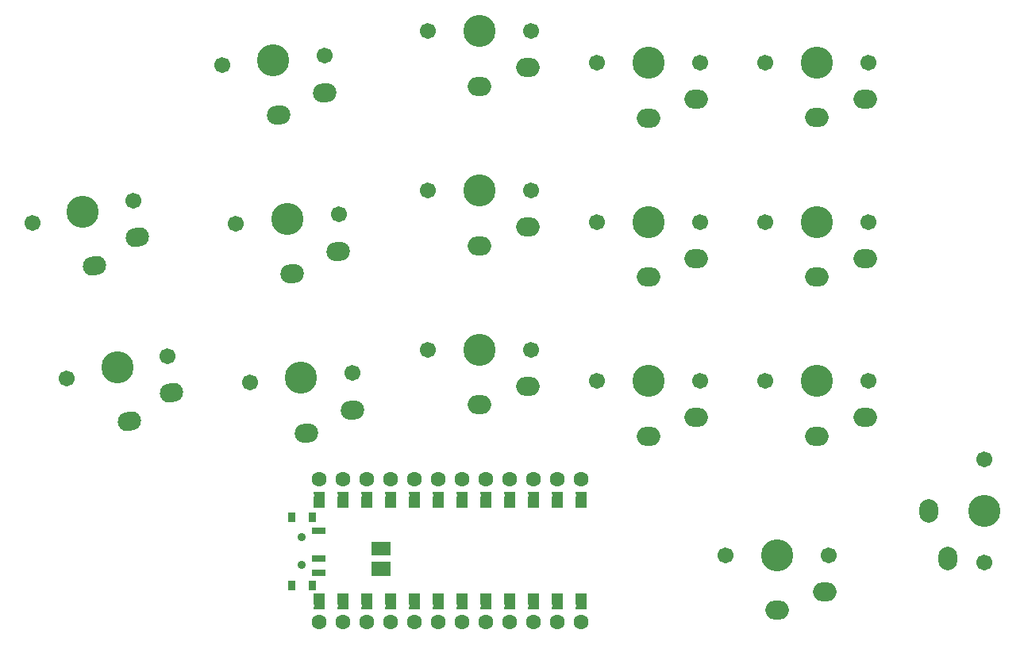
<source format=gbr>
G04 #@! TF.GenerationSoftware,KiCad,Pcbnew,6.0.0-d3dd2cf0fa~116~ubuntu20.04.1*
G04 #@! TF.CreationDate,2022-01-07T19:06:20-05:00*
G04 #@! TF.ProjectId,32_silk,33325f73-696c-46b2-9e6b-696361645f70,0.1*
G04 #@! TF.SameCoordinates,Original*
G04 #@! TF.FileFunction,Soldermask,Top*
G04 #@! TF.FilePolarity,Negative*
%FSLAX46Y46*%
G04 Gerber Fmt 4.6, Leading zero omitted, Abs format (unit mm)*
G04 Created by KiCad (PCBNEW 6.0.0-d3dd2cf0fa~116~ubuntu20.04.1) date 2022-01-07 19:06:20*
%MOMM*%
%LPD*%
G01*
G04 APERTURE LIST*
G04 Aperture macros list*
%AMHorizOval*
0 Thick line with rounded ends*
0 $1 width*
0 $2 $3 position (X,Y) of the first rounded end (center of the circle)*
0 $4 $5 position (X,Y) of the second rounded end (center of the circle)*
0 Add line between two ends*
20,1,$1,$2,$3,$4,$5,0*
0 Add two circle primitives to create the rounded ends*
1,1,$1,$2,$3*
1,1,$1,$4,$5*%
%AMFreePoly0*
4,1,6,0.600000,0.200000,0.000000,-0.400000,-0.600000,0.200000,-0.600000,0.400000,0.600000,0.400000,0.600000,0.200000,0.600000,0.200000,$1*%
%AMFreePoly1*
4,1,6,0.600000,-0.250000,-0.600000,-0.250000,-0.600000,1.000000,0.000000,0.400000,0.600000,1.000000,0.600000,-0.250000,0.600000,-0.250000,$1*%
G04 Aperture macros list end*
%ADD10C,0.100000*%
%ADD11C,1.701800*%
%ADD12C,3.429000*%
%ADD13HorizOval,2.000000X0.244074X0.054110X-0.244074X-0.054110X0*%
%ADD14HorizOval,2.000000X0.249049X0.021789X-0.249049X-0.021789X0*%
%ADD15O,2.500000X2.000000*%
%ADD16O,2.000000X2.500000*%
%ADD17C,1.600000*%
%ADD18FreePoly0,180.000000*%
%ADD19FreePoly0,0.000000*%
%ADD20FreePoly1,0.000000*%
%ADD21FreePoly1,180.000000*%
%ADD22C,0.900000*%
G04 APERTURE END LIST*
D10*
X67681554Y-113738398D02*
X69681554Y-113738398D01*
X69681554Y-113738398D02*
X69681554Y-115138398D01*
X69681554Y-115138398D02*
X67681554Y-115138398D01*
X67681554Y-115138398D02*
X67681554Y-113738398D01*
G36*
X69681554Y-115138398D02*
G01*
X67681554Y-115138398D01*
X67681554Y-113738398D01*
X69681554Y-113738398D01*
X69681554Y-115138398D01*
G37*
X69681554Y-115138398D02*
X67681554Y-115138398D01*
X67681554Y-113738398D01*
X69681554Y-113738398D01*
X69681554Y-115138398D01*
X67681554Y-111539840D02*
X69681554Y-111539840D01*
X69681554Y-111539840D02*
X69681554Y-112939840D01*
X69681554Y-112939840D02*
X67681554Y-112939840D01*
X67681554Y-112939840D02*
X67681554Y-111539840D01*
G36*
X69681554Y-112939840D02*
G01*
X67681554Y-112939840D01*
X67681554Y-111539840D01*
X69681554Y-111539840D01*
X69681554Y-112939840D01*
G37*
X69681554Y-112939840D02*
X67681554Y-112939840D01*
X67681554Y-111539840D01*
X69681554Y-111539840D01*
X69681554Y-112939840D01*
X61642000Y-117606001D02*
X62658000Y-117606001D01*
X62658000Y-117606001D02*
X62658000Y-118622001D01*
X62658000Y-118622001D02*
X61642000Y-118622001D01*
X61642000Y-118622001D02*
X61642000Y-117606001D01*
G36*
X62658000Y-118622001D02*
G01*
X61642000Y-118622001D01*
X61642000Y-117606001D01*
X62658000Y-117606001D01*
X62658000Y-118622001D01*
G37*
X62658000Y-118622001D02*
X61642000Y-118622001D01*
X61642000Y-117606001D01*
X62658000Y-117606001D01*
X62658000Y-118622001D01*
X74342000Y-117606001D02*
X75358000Y-117606001D01*
X75358000Y-117606001D02*
X75358000Y-118622001D01*
X75358000Y-118622001D02*
X74342000Y-118622001D01*
X74342000Y-118622001D02*
X74342000Y-117606001D01*
G36*
X75358000Y-118622001D02*
G01*
X74342000Y-118622001D01*
X74342000Y-117606001D01*
X75358000Y-117606001D01*
X75358000Y-118622001D01*
G37*
X75358000Y-118622001D02*
X74342000Y-118622001D01*
X74342000Y-117606001D01*
X75358000Y-117606001D01*
X75358000Y-118622001D01*
X69262000Y-117606001D02*
X70278000Y-117606001D01*
X70278000Y-117606001D02*
X70278000Y-118622001D01*
X70278000Y-118622001D02*
X69262000Y-118622001D01*
X69262000Y-118622001D02*
X69262000Y-117606001D01*
G36*
X70278000Y-118622001D02*
G01*
X69262000Y-118622001D01*
X69262000Y-117606001D01*
X70278000Y-117606001D01*
X70278000Y-118622001D01*
G37*
X70278000Y-118622001D02*
X69262000Y-118622001D01*
X69262000Y-117606001D01*
X70278000Y-117606001D01*
X70278000Y-118622001D01*
X62658000Y-107446001D02*
X61642000Y-107446001D01*
X61642000Y-107446001D02*
X61642000Y-106430001D01*
X61642000Y-106430001D02*
X62658000Y-106430001D01*
X62658000Y-106430001D02*
X62658000Y-107446001D01*
G36*
X62658000Y-107446001D02*
G01*
X61642000Y-107446001D01*
X61642000Y-106430001D01*
X62658000Y-106430001D01*
X62658000Y-107446001D01*
G37*
X62658000Y-107446001D02*
X61642000Y-107446001D01*
X61642000Y-106430001D01*
X62658000Y-106430001D01*
X62658000Y-107446001D01*
X77898000Y-107446001D02*
X76882000Y-107446001D01*
X76882000Y-107446001D02*
X76882000Y-106430001D01*
X76882000Y-106430001D02*
X77898000Y-106430001D01*
X77898000Y-106430001D02*
X77898000Y-107446001D01*
G36*
X77898000Y-107446001D02*
G01*
X76882000Y-107446001D01*
X76882000Y-106430001D01*
X77898000Y-106430001D01*
X77898000Y-107446001D01*
G37*
X77898000Y-107446001D02*
X76882000Y-107446001D01*
X76882000Y-106430001D01*
X77898000Y-106430001D01*
X77898000Y-107446001D01*
X76882000Y-117606001D02*
X77898000Y-117606001D01*
X77898000Y-117606001D02*
X77898000Y-118622001D01*
X77898000Y-118622001D02*
X76882000Y-118622001D01*
X76882000Y-118622001D02*
X76882000Y-117606001D01*
G36*
X77898000Y-118622001D02*
G01*
X76882000Y-118622001D01*
X76882000Y-117606001D01*
X77898000Y-117606001D01*
X77898000Y-118622001D01*
G37*
X77898000Y-118622001D02*
X76882000Y-118622001D01*
X76882000Y-117606001D01*
X77898000Y-117606001D01*
X77898000Y-118622001D01*
X82978000Y-107446001D02*
X81962000Y-107446001D01*
X81962000Y-107446001D02*
X81962000Y-106430001D01*
X81962000Y-106430001D02*
X82978000Y-106430001D01*
X82978000Y-106430001D02*
X82978000Y-107446001D01*
G36*
X82978000Y-107446001D02*
G01*
X81962000Y-107446001D01*
X81962000Y-106430001D01*
X82978000Y-106430001D01*
X82978000Y-107446001D01*
G37*
X82978000Y-107446001D02*
X81962000Y-107446001D01*
X81962000Y-106430001D01*
X82978000Y-106430001D01*
X82978000Y-107446001D01*
X75358000Y-107446001D02*
X74342000Y-107446001D01*
X74342000Y-107446001D02*
X74342000Y-106430001D01*
X74342000Y-106430001D02*
X75358000Y-106430001D01*
X75358000Y-106430001D02*
X75358000Y-107446001D01*
G36*
X75358000Y-107446001D02*
G01*
X74342000Y-107446001D01*
X74342000Y-106430001D01*
X75358000Y-106430001D01*
X75358000Y-107446001D01*
G37*
X75358000Y-107446001D02*
X74342000Y-107446001D01*
X74342000Y-106430001D01*
X75358000Y-106430001D01*
X75358000Y-107446001D01*
X81962000Y-117606001D02*
X82978000Y-117606001D01*
X82978000Y-117606001D02*
X82978000Y-118622001D01*
X82978000Y-118622001D02*
X81962000Y-118622001D01*
X81962000Y-118622001D02*
X81962000Y-117606001D01*
G36*
X82978000Y-118622001D02*
G01*
X81962000Y-118622001D01*
X81962000Y-117606001D01*
X82978000Y-117606001D01*
X82978000Y-118622001D01*
G37*
X82978000Y-118622001D02*
X81962000Y-118622001D01*
X81962000Y-117606001D01*
X82978000Y-117606001D01*
X82978000Y-118622001D01*
X64182000Y-117606001D02*
X65198000Y-117606001D01*
X65198000Y-117606001D02*
X65198000Y-118622001D01*
X65198000Y-118622001D02*
X64182000Y-118622001D01*
X64182000Y-118622001D02*
X64182000Y-117606001D01*
G36*
X65198000Y-118622001D02*
G01*
X64182000Y-118622001D01*
X64182000Y-117606001D01*
X65198000Y-117606001D01*
X65198000Y-118622001D01*
G37*
X65198000Y-118622001D02*
X64182000Y-118622001D01*
X64182000Y-117606001D01*
X65198000Y-117606001D01*
X65198000Y-118622001D01*
X67738000Y-107446001D02*
X66722000Y-107446001D01*
X66722000Y-107446001D02*
X66722000Y-106430001D01*
X66722000Y-106430001D02*
X67738000Y-106430001D01*
X67738000Y-106430001D02*
X67738000Y-107446001D01*
G36*
X67738000Y-107446001D02*
G01*
X66722000Y-107446001D01*
X66722000Y-106430001D01*
X67738000Y-106430001D01*
X67738000Y-107446001D01*
G37*
X67738000Y-107446001D02*
X66722000Y-107446001D01*
X66722000Y-106430001D01*
X67738000Y-106430001D01*
X67738000Y-107446001D01*
X79422000Y-117606001D02*
X80438000Y-117606001D01*
X80438000Y-117606001D02*
X80438000Y-118622001D01*
X80438000Y-118622001D02*
X79422000Y-118622001D01*
X79422000Y-118622001D02*
X79422000Y-117606001D01*
G36*
X80438000Y-118622001D02*
G01*
X79422000Y-118622001D01*
X79422000Y-117606001D01*
X80438000Y-117606001D01*
X80438000Y-118622001D01*
G37*
X80438000Y-118622001D02*
X79422000Y-118622001D01*
X79422000Y-117606001D01*
X80438000Y-117606001D01*
X80438000Y-118622001D01*
X72818000Y-107446001D02*
X71802000Y-107446001D01*
X71802000Y-107446001D02*
X71802000Y-106430001D01*
X71802000Y-106430001D02*
X72818000Y-106430001D01*
X72818000Y-106430001D02*
X72818000Y-107446001D01*
G36*
X72818000Y-107446001D02*
G01*
X71802000Y-107446001D01*
X71802000Y-106430001D01*
X72818000Y-106430001D01*
X72818000Y-107446001D01*
G37*
X72818000Y-107446001D02*
X71802000Y-107446001D01*
X71802000Y-106430001D01*
X72818000Y-106430001D01*
X72818000Y-107446001D01*
X66722000Y-117606001D02*
X67738000Y-117606001D01*
X67738000Y-117606001D02*
X67738000Y-118622001D01*
X67738000Y-118622001D02*
X66722000Y-118622001D01*
X66722000Y-118622001D02*
X66722000Y-117606001D01*
G36*
X67738000Y-118622001D02*
G01*
X66722000Y-118622001D01*
X66722000Y-117606001D01*
X67738000Y-117606001D01*
X67738000Y-118622001D01*
G37*
X67738000Y-118622001D02*
X66722000Y-118622001D01*
X66722000Y-117606001D01*
X67738000Y-117606001D01*
X67738000Y-118622001D01*
X87042000Y-117606001D02*
X88058000Y-117606001D01*
X88058000Y-117606001D02*
X88058000Y-118622001D01*
X88058000Y-118622001D02*
X87042000Y-118622001D01*
X87042000Y-118622001D02*
X87042000Y-117606001D01*
G36*
X88058000Y-118622001D02*
G01*
X87042000Y-118622001D01*
X87042000Y-117606001D01*
X88058000Y-117606001D01*
X88058000Y-118622001D01*
G37*
X88058000Y-118622001D02*
X87042000Y-118622001D01*
X87042000Y-117606001D01*
X88058000Y-117606001D01*
X88058000Y-118622001D01*
X65198000Y-107446001D02*
X64182000Y-107446001D01*
X64182000Y-107446001D02*
X64182000Y-106430001D01*
X64182000Y-106430001D02*
X65198000Y-106430001D01*
X65198000Y-106430001D02*
X65198000Y-107446001D01*
G36*
X65198000Y-107446001D02*
G01*
X64182000Y-107446001D01*
X64182000Y-106430001D01*
X65198000Y-106430001D01*
X65198000Y-107446001D01*
G37*
X65198000Y-107446001D02*
X64182000Y-107446001D01*
X64182000Y-106430001D01*
X65198000Y-106430001D01*
X65198000Y-107446001D01*
X85518000Y-107446001D02*
X84502000Y-107446001D01*
X84502000Y-107446001D02*
X84502000Y-106430001D01*
X84502000Y-106430001D02*
X85518000Y-106430001D01*
X85518000Y-106430001D02*
X85518000Y-107446001D01*
G36*
X85518000Y-107446001D02*
G01*
X84502000Y-107446001D01*
X84502000Y-106430001D01*
X85518000Y-106430001D01*
X85518000Y-107446001D01*
G37*
X85518000Y-107446001D02*
X84502000Y-107446001D01*
X84502000Y-106430001D01*
X85518000Y-106430001D01*
X85518000Y-107446001D01*
X90598000Y-107446001D02*
X89582000Y-107446001D01*
X89582000Y-107446001D02*
X89582000Y-106430001D01*
X89582000Y-106430001D02*
X90598000Y-106430001D01*
X90598000Y-106430001D02*
X90598000Y-107446001D01*
G36*
X90598000Y-107446001D02*
G01*
X89582000Y-107446001D01*
X89582000Y-106430001D01*
X90598000Y-106430001D01*
X90598000Y-107446001D01*
G37*
X90598000Y-107446001D02*
X89582000Y-107446001D01*
X89582000Y-106430001D01*
X90598000Y-106430001D01*
X90598000Y-107446001D01*
X80438000Y-107446001D02*
X79422000Y-107446001D01*
X79422000Y-107446001D02*
X79422000Y-106430001D01*
X79422000Y-106430001D02*
X80438000Y-106430001D01*
X80438000Y-106430001D02*
X80438000Y-107446001D01*
G36*
X80438000Y-107446001D02*
G01*
X79422000Y-107446001D01*
X79422000Y-106430001D01*
X80438000Y-106430001D01*
X80438000Y-107446001D01*
G37*
X80438000Y-107446001D02*
X79422000Y-107446001D01*
X79422000Y-106430001D01*
X80438000Y-106430001D01*
X80438000Y-107446001D01*
X89582000Y-117606001D02*
X90598000Y-117606001D01*
X90598000Y-117606001D02*
X90598000Y-118622001D01*
X90598000Y-118622001D02*
X89582000Y-118622001D01*
X89582000Y-118622001D02*
X89582000Y-117606001D01*
G36*
X90598000Y-118622001D02*
G01*
X89582000Y-118622001D01*
X89582000Y-117606001D01*
X90598000Y-117606001D01*
X90598000Y-118622001D01*
G37*
X90598000Y-118622001D02*
X89582000Y-118622001D01*
X89582000Y-117606001D01*
X90598000Y-117606001D01*
X90598000Y-118622001D01*
X88058000Y-107446001D02*
X87042000Y-107446001D01*
X87042000Y-107446001D02*
X87042000Y-106430001D01*
X87042000Y-106430001D02*
X88058000Y-106430001D01*
X88058000Y-106430001D02*
X88058000Y-107446001D01*
G36*
X88058000Y-107446001D02*
G01*
X87042000Y-107446001D01*
X87042000Y-106430001D01*
X88058000Y-106430001D01*
X88058000Y-107446001D01*
G37*
X88058000Y-107446001D02*
X87042000Y-107446001D01*
X87042000Y-106430001D01*
X88058000Y-106430001D01*
X88058000Y-107446001D01*
X70278000Y-107446001D02*
X69262000Y-107446001D01*
X69262000Y-107446001D02*
X69262000Y-106430001D01*
X69262000Y-106430001D02*
X70278000Y-106430001D01*
X70278000Y-106430001D02*
X70278000Y-107446001D01*
G36*
X70278000Y-107446001D02*
G01*
X69262000Y-107446001D01*
X69262000Y-106430001D01*
X70278000Y-106430001D01*
X70278000Y-107446001D01*
G37*
X70278000Y-107446001D02*
X69262000Y-107446001D01*
X69262000Y-106430001D01*
X70278000Y-106430001D01*
X70278000Y-107446001D01*
X84502000Y-117606001D02*
X85518000Y-117606001D01*
X85518000Y-117606001D02*
X85518000Y-118622001D01*
X85518000Y-118622001D02*
X84502000Y-118622001D01*
X84502000Y-118622001D02*
X84502000Y-117606001D01*
G36*
X85518000Y-118622001D02*
G01*
X84502000Y-118622001D01*
X84502000Y-117606001D01*
X85518000Y-117606001D01*
X85518000Y-118622001D01*
G37*
X85518000Y-118622001D02*
X84502000Y-118622001D01*
X84502000Y-117606001D01*
X85518000Y-117606001D01*
X85518000Y-118622001D01*
X71802000Y-117606001D02*
X72818000Y-117606001D01*
X72818000Y-117606001D02*
X72818000Y-118622001D01*
X72818000Y-118622001D02*
X71802000Y-118622001D01*
X71802000Y-118622001D02*
X71802000Y-117606001D01*
G36*
X72818000Y-118622001D02*
G01*
X71802000Y-118622001D01*
X71802000Y-117606001D01*
X72818000Y-117606001D01*
X72818000Y-118622001D01*
G37*
X72818000Y-118622001D02*
X71802000Y-118622001D01*
X71802000Y-117606001D01*
X72818000Y-117606001D01*
X72818000Y-118622001D01*
X61306810Y-110017524D02*
X62706810Y-110017524D01*
X62706810Y-110017524D02*
X62706810Y-110617524D01*
X62706810Y-110617524D02*
X61306810Y-110617524D01*
X61306810Y-110617524D02*
X61306810Y-110017524D01*
G36*
X62706810Y-110617524D02*
G01*
X61306810Y-110617524D01*
X61306810Y-110017524D01*
X62706810Y-110017524D01*
X62706810Y-110617524D01*
G37*
X62706810Y-110617524D02*
X61306810Y-110617524D01*
X61306810Y-110017524D01*
X62706810Y-110017524D01*
X62706810Y-110617524D01*
X58806810Y-115767524D02*
X59506810Y-115767524D01*
X59506810Y-115767524D02*
X59506810Y-116667524D01*
X59506810Y-116667524D02*
X58806810Y-116667524D01*
X58806810Y-116667524D02*
X58806810Y-115767524D01*
G36*
X59506810Y-116667524D02*
G01*
X58806810Y-116667524D01*
X58806810Y-115767524D01*
X59506810Y-115767524D01*
X59506810Y-116667524D01*
G37*
X59506810Y-116667524D02*
X58806810Y-116667524D01*
X58806810Y-115767524D01*
X59506810Y-115767524D01*
X59506810Y-116667524D01*
X61306810Y-113017524D02*
X62706810Y-113017524D01*
X62706810Y-113017524D02*
X62706810Y-113617524D01*
X62706810Y-113617524D02*
X61306810Y-113617524D01*
X61306810Y-113617524D02*
X61306810Y-113017524D01*
G36*
X62706810Y-113617524D02*
G01*
X61306810Y-113617524D01*
X61306810Y-113017524D01*
X62706810Y-113017524D01*
X62706810Y-113617524D01*
G37*
X62706810Y-113617524D02*
X61306810Y-113617524D01*
X61306810Y-113017524D01*
X62706810Y-113017524D01*
X62706810Y-113617524D01*
X61006810Y-108467524D02*
X61706810Y-108467524D01*
X61706810Y-108467524D02*
X61706810Y-109367524D01*
X61706810Y-109367524D02*
X61006810Y-109367524D01*
X61006810Y-109367524D02*
X61006810Y-108467524D01*
G36*
X61706810Y-109367524D02*
G01*
X61006810Y-109367524D01*
X61006810Y-108467524D01*
X61706810Y-108467524D01*
X61706810Y-109367524D01*
G37*
X61706810Y-109367524D02*
X61006810Y-109367524D01*
X61006810Y-108467524D01*
X61706810Y-108467524D01*
X61706810Y-109367524D01*
X58806810Y-108467524D02*
X59506810Y-108467524D01*
X59506810Y-108467524D02*
X59506810Y-109367524D01*
X59506810Y-109367524D02*
X58806810Y-109367524D01*
X58806810Y-109367524D02*
X58806810Y-108467524D01*
G36*
X59506810Y-109367524D02*
G01*
X58806810Y-109367524D01*
X58806810Y-108467524D01*
X59506810Y-108467524D01*
X59506810Y-109367524D01*
G37*
X59506810Y-109367524D02*
X58806810Y-109367524D01*
X58806810Y-108467524D01*
X59506810Y-108467524D01*
X59506810Y-109367524D01*
X61306810Y-114517524D02*
X62706810Y-114517524D01*
X62706810Y-114517524D02*
X62706810Y-115117524D01*
X62706810Y-115117524D02*
X61306810Y-115117524D01*
X61306810Y-115117524D02*
X61306810Y-114517524D01*
G36*
X62706810Y-115117524D02*
G01*
X61306810Y-115117524D01*
X61306810Y-114517524D01*
X62706810Y-114517524D01*
X62706810Y-115117524D01*
G37*
X62706810Y-115117524D02*
X61306810Y-115117524D01*
X61306810Y-114517524D01*
X62706810Y-114517524D01*
X62706810Y-115117524D01*
X61006810Y-115767524D02*
X61706810Y-115767524D01*
X61706810Y-115767524D02*
X61706810Y-116667524D01*
X61706810Y-116667524D02*
X61006810Y-116667524D01*
X61006810Y-116667524D02*
X61006810Y-115767524D01*
G36*
X61706810Y-116667524D02*
G01*
X61006810Y-116667524D01*
X61006810Y-115767524D01*
X61706810Y-115767524D01*
X61706810Y-116667524D01*
G37*
X61706810Y-116667524D02*
X61006810Y-116667524D01*
X61006810Y-115767524D01*
X61706810Y-115767524D01*
X61706810Y-116667524D01*
D11*
X42265152Y-75137557D03*
D12*
X36895524Y-76327975D03*
D11*
X31525896Y-77518393D03*
D13*
X42718748Y-79031687D03*
X38172518Y-82088121D03*
D12*
X57238860Y-60190585D03*
D11*
X51759789Y-60669942D03*
X62717931Y-59711228D03*
D14*
X62659360Y-63631250D03*
X57753079Y-66068134D03*
D12*
X79244393Y-57058851D03*
D11*
X73744393Y-57058851D03*
X84744393Y-57058851D03*
D15*
X84344393Y-60958851D03*
X79244393Y-62958851D03*
D12*
X97233086Y-60427567D03*
D11*
X91733086Y-60427567D03*
X102733086Y-60427567D03*
D15*
X102333086Y-64327567D03*
X97233086Y-66327567D03*
D12*
X115225000Y-60425000D03*
D11*
X109725000Y-60425000D03*
X120725000Y-60425000D03*
D15*
X120325000Y-64325000D03*
X115225000Y-66325000D03*
D12*
X40575000Y-92925000D03*
D11*
X45944628Y-91734582D03*
X35205372Y-94115418D03*
D13*
X46398224Y-95628712D03*
X41851994Y-98685146D03*
D12*
X58720502Y-77125901D03*
D11*
X64199573Y-76646544D03*
X53241431Y-77605258D03*
D14*
X64141002Y-80566566D03*
X59234721Y-83003450D03*
D11*
X73744389Y-74058851D03*
X84744389Y-74058851D03*
D12*
X79244389Y-74058851D03*
D15*
X84344389Y-77958851D03*
X79244389Y-79958851D03*
D11*
X102733093Y-77427564D03*
D12*
X97233093Y-77427564D03*
D11*
X91733093Y-77427564D03*
D15*
X102333093Y-81327564D03*
X97233093Y-83327564D03*
D12*
X115225000Y-77424999D03*
D11*
X120725000Y-77424999D03*
X109725000Y-77424999D03*
D15*
X120325000Y-81324999D03*
X115225000Y-83324999D03*
D11*
X54723079Y-94540566D03*
X65681221Y-93581852D03*
D12*
X60202150Y-94061209D03*
D14*
X65622650Y-97501874D03*
X60716369Y-99938758D03*
D12*
X79244382Y-91058862D03*
D11*
X73744382Y-91058862D03*
X84744382Y-91058862D03*
D15*
X84344382Y-94958862D03*
X79244382Y-96958862D03*
D12*
X97233093Y-94427566D03*
D11*
X102733093Y-94427566D03*
X91733093Y-94427566D03*
D15*
X102333093Y-98327566D03*
X97233093Y-100327566D03*
D12*
X110950000Y-113000000D03*
D11*
X116450000Y-113000000D03*
X105450000Y-113000000D03*
D15*
X116050000Y-116900000D03*
X110950000Y-118900000D03*
D11*
X133025000Y-113750000D03*
D12*
X133025000Y-108250000D03*
D11*
X133025000Y-102750000D03*
D16*
X129125000Y-113350000D03*
X127125000Y-108250000D03*
D17*
X62150000Y-120146001D03*
X72310000Y-104906001D03*
D18*
X69770000Y-118368001D03*
D19*
X79930000Y-106684001D03*
D17*
X67230000Y-104906001D03*
X69770000Y-120146001D03*
X74850000Y-120146001D03*
D18*
X85010000Y-118368001D03*
X90090000Y-118368001D03*
D17*
X77390000Y-104906001D03*
D18*
X82470000Y-118368001D03*
D17*
X90090000Y-104906001D03*
D19*
X85010000Y-106684001D03*
D18*
X74850000Y-118368001D03*
X77390000Y-118368001D03*
D17*
X64690000Y-120146001D03*
X82470000Y-104906001D03*
D18*
X62150000Y-118368001D03*
D17*
X74850000Y-104906001D03*
X62150000Y-104906001D03*
D18*
X64690000Y-118368001D03*
X87550000Y-118368001D03*
D19*
X87550000Y-106684001D03*
D17*
X79930000Y-104906001D03*
X69770000Y-104906001D03*
X67230000Y-120146001D03*
D18*
X72310000Y-118368001D03*
D19*
X77390000Y-106684001D03*
D17*
X87550000Y-120146001D03*
X77390000Y-120146001D03*
D18*
X67230000Y-118368001D03*
D17*
X85010000Y-120146001D03*
D19*
X72310000Y-106684001D03*
D17*
X64690000Y-104906001D03*
D19*
X67230000Y-106684001D03*
D17*
X72310000Y-120146001D03*
D19*
X69770000Y-106684001D03*
D17*
X82470000Y-120146001D03*
D19*
X64690000Y-106684001D03*
D17*
X90090000Y-120146001D03*
D19*
X62150000Y-106684001D03*
D17*
X79930000Y-120146001D03*
D19*
X82470000Y-106684001D03*
D17*
X87550000Y-104906001D03*
D19*
X90090000Y-106684001D03*
D18*
X79930000Y-118368001D03*
D19*
X74850000Y-106684001D03*
D17*
X85010000Y-104906001D03*
D20*
X62150000Y-107700001D03*
X64690000Y-107700001D03*
X67230000Y-107700001D03*
X69770000Y-107700001D03*
X72310000Y-107700001D03*
X74850000Y-107700001D03*
X77390000Y-107700001D03*
X79930000Y-107700001D03*
X82470000Y-107700001D03*
X85010000Y-107700001D03*
X87550000Y-107700001D03*
X90090000Y-107700001D03*
D21*
X90090000Y-117352001D03*
X87550000Y-117352001D03*
X85010000Y-117352001D03*
X82470000Y-117352001D03*
X79930000Y-117352001D03*
X77390000Y-117352001D03*
X74850000Y-117352001D03*
X72310000Y-117352001D03*
X69770000Y-117352001D03*
X67230000Y-117352001D03*
X64690000Y-117352001D03*
X62150000Y-117352001D03*
D22*
X60256810Y-111067524D03*
X60256810Y-114067524D03*
X60256810Y-111067524D03*
X60256810Y-114067524D03*
D11*
X109725000Y-94422430D03*
D12*
X115225000Y-94422430D03*
D11*
X120725000Y-94422430D03*
D15*
X120325000Y-98322430D03*
X115225000Y-100322430D03*
M02*

</source>
